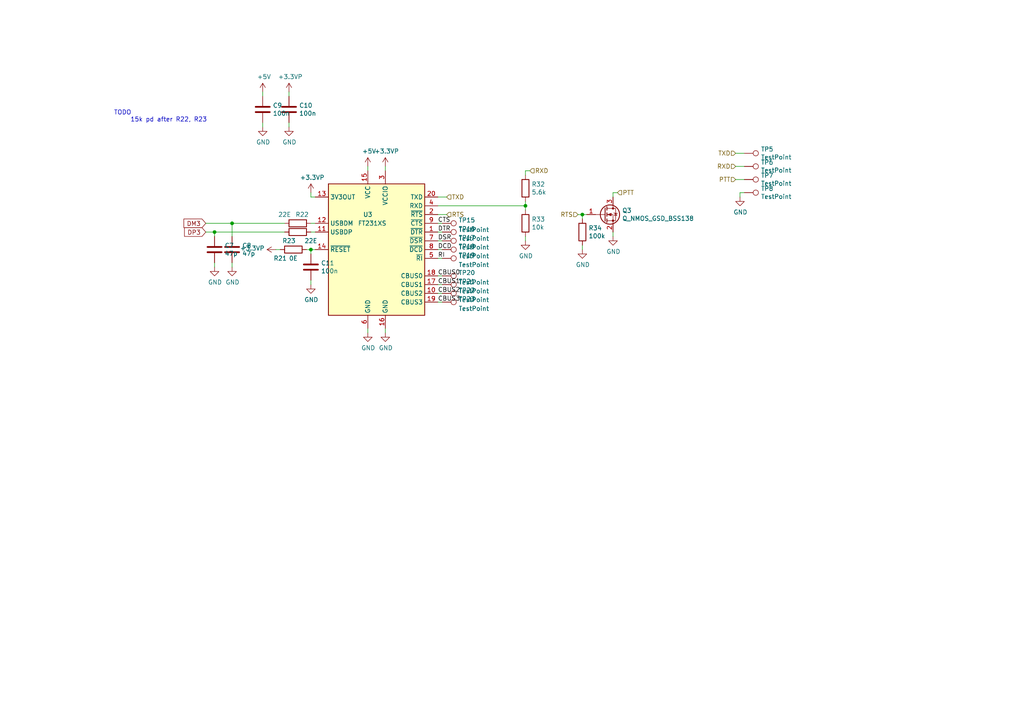
<source format=kicad_sch>
(kicad_sch (version 20211123) (generator eeschema)
  (paper "A4")
  (title_block (title "USB-Interface ") (company "OE2LSP") (comment 1 "CC0, Public Domain"))
  (lib_symbols
    (symbol "Connector:TestPoint" (pin_numbers hide) (pin_names (offset 0.762) hide)
      (property "Reference" "TP" (at 0 6.858 0))
      (property "Value" "TestPoint" (at 0 5.08 0))
      (symbol "TestPoint_0_1"
        (circle (center 0 3.302) (radius 0.762))
      )
      (symbol "TestPoint_1_1"
        (pin passive line (at 0 0 90) (length 2.54) (name "1") (number "1"))
      )
    )
    (symbol "Device:C" (pin_numbers hide) (pin_names (offset 0.254))
      (property "Reference" "C" (at 0.635 2.54 0))
      (property "Value" "C" (at 0.635 -2.54 0))
      (symbol "C_0_1"
        (polyline (pts (xy -2.032 -0.762) (xy 2.032 -0.762)) (stroke (width 0.508)))
        (polyline (pts (xy -2.032 0.762) (xy 2.032 0.762)) (stroke (width 0.508)))
      )
      (symbol "C_1_1"
        (pin passive line (at 0 3.81 270) (length 2.794) (name "~") (number "1"))
        (pin passive line (at 0 -3.81 90) (length 2.794) (name "~") (number "2"))
      )
    )
    (symbol "Device:Q_NMOS_GSD" (pin_names (offset 0) hide)
      (property "Reference" "Q" (at 5.08 1.27 0))
      (property "Value" "Q_NMOS_GSD" (at 5.08 -1.27 0))
      (symbol "Q_NMOS_GSD_0_1"
        (polyline (pts (xy 0.254 0) (xy -2.54 0)))
        (polyline (pts (xy 0.254 1.905) (xy 0.254 -1.905)) (stroke (width 0.254)))
        (polyline (pts (xy 0.762 -1.27) (xy 0.762 -2.286)) (stroke (width 0.254)))
        (polyline (pts (xy 0.762 0.508) (xy 0.762 -0.508)) (stroke (width 0.254)))
        (polyline (pts (xy 0.762 2.286) (xy 0.762 1.27)) (stroke (width 0.254)))
        (polyline (pts (xy 2.54 2.54) (xy 2.54 1.778)))
        (polyline (pts (xy 2.54 -2.54) (xy 2.54 0) (xy 0.762 0)))
        (polyline (pts (xy 0.762 -1.778) (xy 3.302 -1.778) (xy 3.302 1.778) (xy 0.762 1.778)))
        (polyline (pts (xy 1.016 0) (xy 2.032 0.381) (xy 2.032 -0.381) (xy 1.016 0)) (fill (type outline)))
        (polyline (pts (xy 2.794 0.508) (xy 2.921 0.381) (xy 3.683 0.381) (xy 3.81 0.254)))
        (polyline (pts (xy 3.302 0.381) (xy 2.921 -0.254) (xy 3.683 -0.254) (xy 3.302 0.381)))
        (circle (center 1.651 0) (radius 2.794) (stroke (width 0.254)))
        (circle (center 2.54 -1.778) (radius 0.254) (fill (type outline)))
        (circle (center 2.54 1.778) (radius 0.254) (fill (type outline)))
      )
      (symbol "Q_NMOS_GSD_1_1"
        (pin input line (at -5.08 0 0) (length 2.54) (name "G") (number "1"))
        (pin passive line (at 2.54 -5.08 90) (length 2.54) (name "S") (number "2"))
        (pin passive line (at 2.54 5.08 270) (length 2.54) (name "D") (number "3"))
      )
    )
    (symbol "Device:R" (pin_numbers hide) (pin_names (offset 0))
      (property "Reference" "R" (at 2.032 0 90))
      (property "Value" "R" (at 0 0 90))
      (symbol "R_0_1"
        (rectangle (start -1.016 -2.54) (end 1.016 2.54) (stroke (width 0.254)))
      )
      (symbol "R_1_1"
        (pin passive line (at 0 3.81 270) (length 1.27) (name "~") (number "1"))
        (pin passive line (at 0 -3.81 90) (length 1.27) (name "~") (number "2"))
      )
    )
    (symbol "Interface_USB:FT231XS"
      (property "Reference" "U" (at -13.97 20.32 0))
      (property "Value" "FT231XS" (at 7.62 20.32 0))
      (symbol "FT231XS_0_1"
        (rectangle (start -13.97 19.05) (end 13.97 -19.05) (stroke (width 0.254)) (fill (type background)))
      )
      (symbol "FT231XS_1_1"
        (pin output line (at 17.78 5.08 180) (length 3.81) (name "~{DTR}") (number "1"))
        (pin bidirectional line (at 17.78 -12.7 180) (length 3.81) (name "CBUS2") (number "10"))
        (pin bidirectional line (at -17.78 5.08 0) (length 3.81) (name "USBDP") (number "11"))
        (pin bidirectional line (at -17.78 7.62 0) (length 3.81) (name "USBDM") (number "12"))
        (pin power_out line (at -17.78 15.24 0) (length 3.81) (name "3V3OUT") (number "13"))
        (pin input line (at -17.78 0 0) (length 3.81) (name "~{RESET}") (number "14"))
        (pin power_in line (at -2.54 22.86 270) (length 3.81) (name "VCC") (number "15"))
        (pin power_in line (at 2.54 -22.86 90) (length 3.81) (name "GND") (number "16"))
        (pin bidirectional line (at 17.78 -10.16 180) (length 3.81) (name "CBUS1") (number "17"))
        (pin bidirectional line (at 17.78 -7.62 180) (length 3.81) (name "CBUS0") (number "18"))
        (pin bidirectional line (at 17.78 -15.24 180) (length 3.81) (name "CBUS3") (number "19"))
        (pin output line (at 17.78 10.16 180) (length 3.81) (name "~{RTS}") (number "2"))
        (pin output line (at 17.78 15.24 180) (length 3.81) (name "TXD") (number "20"))
        (pin power_in line (at 2.54 22.86 270) (length 3.81) (name "VCCIO") (number "3"))
        (pin input line (at 17.78 12.7 180) (length 3.81) (name "RXD") (number "4"))
        (pin input line (at 17.78 -2.54 180) (length 3.81) (name "~{RI}") (number "5"))
        (pin power_in line (at -2.54 -22.86 90) (length 3.81) (name "GND") (number "6"))
        (pin input line (at 17.78 2.54 180) (length 3.81) (name "~{DSR}") (number "7"))
        (pin input line (at 17.78 0 180) (length 3.81) (name "~{DCD}") (number "8"))
        (pin input line (at 17.78 7.62 180) (length 3.81) (name "~{CTS}") (number "9"))
      )
    )
    (symbol "power:+3.3VP" (power) (pin_names (offset 0))
      (property "Value" "+3.3VP" (at 0 2.54 0))
      (symbol "+3.3VP_0_0"
        (pin power_in line (at 0 0 90) (length 0) hide (name "+3.3VP") (number "1"))
      )
      (symbol "+3.3VP_0_1"
        (polyline (pts (xy -0.762 1.27) (xy 0 2.54)))
        (polyline (pts (xy 0 0) (xy 0 2.54)))
        (polyline (pts (xy 0 2.54) (xy 0.762 1.27)))
      )
    )
    (symbol "power:+5V" (power) (pin_names (offset 0))
      (property "Value" "+5V" (at 0 3.556 0))
      (symbol "+5V_0_1"
        (polyline (pts (xy -0.762 1.27) (xy 0 2.54)))
        (polyline (pts (xy 0 0) (xy 0 2.54)))
        (polyline (pts (xy 0 2.54) (xy 0.762 1.27)))
      )
      (symbol "+5V_1_1"
        (pin power_in line (at 0 0 90) (length 0) hide (name "+5V") (number "1"))
      )
    )
    (symbol "power:GND" (power) (pin_names (offset 0))
      (property "Value" "GND" (at 0 -3.81 0))
      (symbol "GND_0_1"
        (polyline (pts (xy 0 0) (xy 0 -1.27) (xy 1.27 -1.27) (xy 0 -2.54) (xy -1.27 -1.27) (xy 0 -1.27)))
      )
      (symbol "GND_1_1"
        (pin power_in line (at 0 0 270) (length 0) hide (name "GND") (number "1"))
      )
    )
  )
  (junction (at 168.91 62.23))
  (junction (at 152.4 59.69))
  (junction (at 90.17 72.39))
  (junction (at 62.23 67.31))
  (junction (at 67.31 64.77))
  (wire (pts (xy 214.63 55.88) (xy 214.63 57.15)))
  (wire (pts (xy 67.31 76.2) (xy 67.31 77.47)))
  (wire (pts (xy 59.69 67.31) (xy 62.23 67.31)))
  (wire (pts (xy 213.36 48.26) (xy 215.9 48.26)))
  (wire (pts (xy 62.23 68.58) (xy 62.23 67.31)))
  (wire (pts (xy 128.27 64.77) (xy 127 64.77)))
  (wire (pts (xy 106.68 95.25) (xy 106.68 96.52)))
  (wire (pts (xy 82.55 64.77) (xy 67.31 64.77)))
  (wire (pts (xy 127 72.39) (xy 128.27 72.39)))
  (wire (pts (xy 152.4 58.42) (xy 152.4 59.69)))
  (wire (pts (xy 90.17 72.39) (xy 91.44 72.39)))
  (wire (pts (xy 215.9 55.88) (xy 214.63 55.88)))
  (wire (pts (xy 127 57.15) (xy 129.54 57.15)))
  (wire (pts (xy 90.17 57.15) (xy 91.44 57.15)))
  (wire (pts (xy 127 80.01) (xy 128.27 80.01)))
  (wire (pts (xy 128.27 69.85) (xy 127 69.85)))
  (wire (pts (xy 83.82 35.56) (xy 83.82 36.83)))
  (wire (pts (xy 168.91 62.23) (xy 170.18 62.23)))
  (wire (pts (xy 128.27 85.09) (xy 127 85.09)))
  (wire (pts (xy 177.8 57.15) (xy 177.8 55.88)))
  (wire (pts (xy 83.82 26.67) (xy 83.82 27.94)))
  (wire (pts (xy 106.68 49.53) (xy 106.68 48.26)))
  (wire (pts (xy 127 82.55) (xy 128.27 82.55)))
  (wire (pts (xy 91.44 67.31) (xy 90.17 67.31)))
  (wire (pts (xy 90.17 81.28) (xy 90.17 82.55)))
  (wire (pts (xy 177.8 67.31) (xy 177.8 68.58)))
  (wire (pts (xy 67.31 68.58) (xy 67.31 64.77)))
  (wire (pts (xy 62.23 67.31) (xy 82.55 67.31)))
  (wire (pts (xy 215.9 52.07) (xy 213.36 52.07)))
  (wire (pts (xy 111.76 48.26) (xy 111.76 49.53)))
  (wire (pts (xy 76.2 26.67) (xy 76.2 27.94)))
  (wire (pts (xy 62.23 76.2) (xy 62.23 77.47)))
  (wire (pts (xy 111.76 95.25) (xy 111.76 96.52)))
  (wire (pts (xy 127 74.93) (xy 128.27 74.93)))
  (wire (pts (xy 90.17 64.77) (xy 91.44 64.77)))
  (wire (pts (xy 153.67 49.53) (xy 152.4 49.53)))
  (wire (pts (xy 90.17 73.66) (xy 90.17 72.39)))
  (wire (pts (xy 152.4 49.53) (xy 152.4 50.8)))
  (wire (pts (xy 76.2 36.83) (xy 76.2 35.56)))
  (wire (pts (xy 67.31 64.77) (xy 59.69 64.77)))
  (wire (pts (xy 81.28 72.39) (xy 80.01 72.39)))
  (wire (pts (xy 152.4 69.85) (xy 152.4 68.58)))
  (wire (pts (xy 127 67.31) (xy 128.27 67.31)))
  (wire (pts (xy 88.9 72.39) (xy 90.17 72.39)))
  (wire (pts (xy 177.8 55.88) (xy 179.07 55.88)))
  (wire (pts (xy 127 59.69) (xy 152.4 59.69)))
  (wire (pts (xy 127 87.63) (xy 128.27 87.63)))
  (wire (pts (xy 168.91 71.12) (xy 168.91 72.39)))
  (wire (pts (xy 167.64 62.23) (xy 168.91 62.23)))
  (wire (pts (xy 90.17 55.88) (xy 90.17 57.15)))
  (wire (pts (xy 127 62.23) (xy 129.54 62.23)))
  (wire (pts (xy 168.91 62.23) (xy 168.91 63.5)))
  (wire (pts (xy 215.9 44.45) (xy 213.36 44.45)))
  (wire (pts (xy 152.4 59.69) (xy 152.4 60.96)))
  (text "TODO\n	15k pd after R22, R23" (at 33.02 35.56 0) (effects (font (size 1.27 1.27)) (justify left bottom)))
  (label "CTS" (at 127 64.77 0))
  (label "CBUS2" (at 127 85.09 0))
  (label "CBUS1" (at 127 82.55 0))
  (label "RI" (at 127 74.93 0))
  (label "DCD" (at 127 72.39 0))
  (label "DSR" (at 127 69.85 0))
  (label "CBUS0" (at 127 80.01 0))
  (label "DTR" (at 127 67.31 0))
  (label "CBUS3" (at 127 87.63 0))
  (global_label "DM3" (shape input) (at 59.69 64.77 180) (property "Intersheet References" "${INTERSHEET_REFS}" (effects hide)))
  (global_label "DP3" (shape input) (at 59.69 67.31 180) (property "Intersheet References" "${INTERSHEET_REFS}" (effects hide)))
  (hierarchical_label "PTT" (shape input) (at 179.07 55.88 0))
  (hierarchical_label "RXD" (shape input) (at 153.67 49.53 0))
  (hierarchical_label "RTS" (shape input) (at 129.54 62.23 0))
  (hierarchical_label "RTS" (shape input) (at 167.64 62.23 180))
  (hierarchical_label "TXD" (shape input) (at 129.54 57.15 0))
  (hierarchical_label "RXD" (shape input) (at 213.36 48.26 180))
  (hierarchical_label "TXD" (shape input) (at 213.36 44.45 180))
  (hierarchical_label "PTT" (shape input) (at 213.36 52.07 180))
  (symbol (lib_id "Interface_USB:FT231XS") (at 109.22 72.39 0) (unit 1)
    (property "Reference" "U3" (at 106.68 62.23 0))
    (property "Value" "FT231XS" (at 107.95 64.77 0))
    (property "Footprint" "Package_SO:SSOP-20_3.9x8.7mm_P0.635mm" (effects hide))
    (property "Datasheet" "https://www.ftdichip.com/Support/Documents/DataSheets/ICs/DS_FT231X.pdf" (effects hide))
  )
  (symbol (lib_id "power:+5V") (at 106.68 48.26 0) (unit 1)
    (property "Reference" "#PWR045" (effects hide))
    (property "Value" "+5V" (at 107.061 43.8658 0))
  )
  (symbol (lib_id "power:GND") (at 106.68 96.52 0) (unit 1)
    (property "Reference" "#PWR046" (effects hide))
    (property "Value" "GND" (at 106.807 100.9142 0))
  )
  (symbol (lib_id "power:GND") (at 111.76 96.52 0) (unit 1)
    (property "Reference" "#PWR048" (effects hide))
    (property "Value" "GND" (at 111.887 100.9142 0))
  )
  (symbol (lib_id "Device:C") (at 76.2 31.75 0) (mirror y) (unit 1)
    (property "Reference" "C9" (at 79.121 30.5816 0) (effects (justify right)))
    (property "Value" "100n" (at 79.121 32.893 0) (effects (justify right)))
    (property "Footprint" "Capacitor_SMD:C_0603_1608Metric" (effects hide))
  )
  (symbol (lib_id "Device:R") (at 85.09 72.39 270) (unit 1)
    (property "Reference" "R21" (at 81.28 74.93 90))
    (property "Value" "0E" (at 85.09 74.93 90))
    (property "Footprint" "Resistor_SMD:R_0402_1005Metric_Pad0.72x0.64mm_HandSolder" (effects hide))
  )
  (symbol (lib_id "Device:R") (at 86.36 67.31 270) (unit 1)
    (property "Reference" "R23" (at 83.82 69.85 90))
    (property "Value" "22E" (at 90.17 69.85 90))
    (property "Footprint" "Resistor_SMD:R_0603_1608Metric_Pad0.98x0.95mm_HandSolder" (effects hide))
  )
  (symbol (lib_id "Device:R") (at 86.36 64.77 270) (unit 1)
    (property "Reference" "R22" (at 87.63 62.23 90))
    (property "Value" "22E" (at 82.55 62.23 90))
    (property "Footprint" "Resistor_SMD:R_0603_1608Metric_Pad0.98x0.95mm_HandSolder" (effects hide))
  )
  (symbol (lib_id "power:+3.3VP") (at 80.01 72.39 90) (unit 1)
    (property "Reference" "#PWR040" (effects hide))
    (property "Value" "+3.3VP" (at 76.7588 72.009 90) (effects (justify left)))
  )
  (symbol (lib_id "Device:C") (at 90.17 77.47 0) (unit 1)
    (property "Reference" "C11" (at 93.091 76.3016 0) (effects (justify left)))
    (property "Value" "100n" (at 93.091 78.613 0) (effects (justify left)))
    (property "Footprint" "Capacitor_SMD:C_0603_1608Metric" (effects hide))
  )
  (symbol (lib_id "power:+5V") (at 76.2 26.67 0) (unit 1)
    (property "Reference" "#PWR038" (effects hide))
    (property "Value" "+5V" (at 76.581 22.2758 0))
  )
  (symbol (lib_id "power:GND") (at 76.2 36.83 0) (unit 1)
    (property "Reference" "#PWR039" (effects hide))
    (property "Value" "GND" (at 76.327 41.2242 0))
  )
  (symbol (lib_id "Device:C") (at 83.82 31.75 0) (unit 1)
    (property "Reference" "C10" (at 86.741 30.5816 0) (effects (justify left)))
    (property "Value" "100n" (at 86.741 32.893 0) (effects (justify left)))
    (property "Footprint" "Capacitor_SMD:C_0603_1608Metric" (effects hide))
  )
  (symbol (lib_id "power:GND") (at 83.82 36.83 0) (unit 1)
    (property "Reference" "#PWR042" (effects hide))
    (property "Value" "GND" (at 83.947 41.2242 0))
  )
  (symbol (lib_id "power:+3.3VP") (at 83.82 26.67 0) (unit 1)
    (property "Reference" "#PWR041" (effects hide))
    (property "Value" "+3.3VP" (at 84.201 22.2758 0))
  )
  (symbol (lib_id "Device:C") (at 67.31 72.39 0) (unit 1)
    (property "Reference" "C8" (at 70.231 71.2216 0) (effects (justify left)))
    (property "Value" "47p" (at 70.231 73.533 0) (effects (justify left)))
    (property "Footprint" "Capacitor_SMD:C_0603_1608Metric" (effects hide))
  )
  (symbol (lib_id "Device:C") (at 62.23 72.39 0) (unit 1)
    (property "Reference" "C7" (at 65.151 71.2216 0) (effects (justify left)))
    (property "Value" "47p" (at 65.151 73.533 0) (effects (justify left)))
    (property "Footprint" "Capacitor_SMD:C_0603_1608Metric" (effects hide))
  )
  (symbol (lib_id "power:GND") (at 62.23 77.47 0) (unit 1)
    (property "Reference" "#PWR036" (effects hide))
    (property "Value" "GND" (at 62.357 81.8642 0))
  )
  (symbol (lib_id "power:GND") (at 67.31 77.47 0) (unit 1)
    (property "Reference" "#PWR037" (effects hide))
    (property "Value" "GND" (at 67.437 81.8642 0))
  )
  (symbol (lib_id "power:GND") (at 90.17 82.55 0) (unit 1)
    (property "Reference" "#PWR044" (effects hide))
    (property "Value" "GND" (at 90.297 86.9442 0))
  )
  (symbol (lib_id "power:+3.3VP") (at 111.76 48.26 0) (unit 1)
    (property "Reference" "#PWR047" (effects hide))
    (property "Value" "+3.3VP" (at 112.141 43.8658 0))
  )
  (symbol (lib_id "Device:R") (at 152.4 54.61 0) (unit 1)
    (property "Reference" "R32" (at 154.178 53.4416 0) (effects (justify left)))
    (property "Value" "5.6k" (at 154.178 55.753 0) (effects (justify left)))
    (property "Footprint" "Resistor_SMD:R_0603_1608Metric_Pad0.98x0.95mm_HandSolder" (effects hide))
  )
  (symbol (lib_id "Device:R") (at 152.4 64.77 0) (unit 1)
    (property "Reference" "R33" (at 154.178 63.6016 0) (effects (justify left)))
    (property "Value" "10k" (at 154.178 65.913 0) (effects (justify left)))
    (property "Footprint" "Resistor_SMD:R_0603_1608Metric_Pad0.98x0.95mm_HandSolder" (effects hide))
  )
  (symbol (lib_id "power:GND") (at 152.4 69.85 0) (unit 1)
    (property "Reference" "#PWR049" (effects hide))
    (property "Value" "GND" (at 152.527 74.2442 0))
  )
  (symbol (lib_id "power:GND") (at 177.8 68.58 0) (unit 1)
    (property "Reference" "#PWR051" (effects hide))
    (property "Value" "GND" (at 177.927 72.9742 0))
  )
  (symbol (lib_id "power:+3.3VP") (at 90.17 55.88 0) (unit 1)
    (property "Reference" "#PWR043" (effects hide))
    (property "Value" "+3.3VP" (at 90.551 51.4858 0))
  )
  (symbol (lib_id "Device:R") (at 168.91 67.31 0) (unit 1)
    (property "Reference" "R34" (at 170.688 66.1416 0) (effects (justify left)))
    (property "Value" "100k" (at 170.688 68.453 0) (effects (justify left)))
    (property "Footprint" "Resistor_SMD:R_0603_1608Metric_Pad0.98x0.95mm_HandSolder" (effects hide))
  )
  (symbol (lib_id "power:GND") (at 168.91 72.39 0) (unit 1)
    (property "Reference" "#PWR050" (effects hide))
    (property "Value" "GND" (at 169.037 76.7842 0))
  )
  (symbol (lib_id "Connector:TestPoint") (at 215.9 44.45 270) (unit 1)
    (property "Reference" "TP5" (at 220.6752 43.2816 90) (effects (justify left)))
    (property "Value" "TestPoint" (at 220.6752 45.593 90) (effects (justify left)))
    (property "Footprint" "TestPoint:TestPoint_Loop_D1.80mm_Drill1.0mm_Beaded" (effects hide))
  )
  (symbol (lib_id "Connector:TestPoint") (at 215.9 48.26 270) (unit 1)
    (property "Reference" "TP6" (at 220.6752 47.0916 90) (effects (justify left)))
    (property "Value" "TestPoint" (at 220.6752 49.403 90) (effects (justify left)))
    (property "Footprint" "TestPoint:TestPoint_Loop_D1.80mm_Drill1.0mm_Beaded" (effects hide))
  )
  (symbol (lib_id "Connector:TestPoint") (at 215.9 52.07 270) (unit 1)
    (property "Reference" "TP7" (at 220.6752 50.9016 90) (effects (justify left)))
    (property "Value" "TestPoint" (at 220.6752 53.213 90) (effects (justify left)))
    (property "Footprint" "TestPoint:TestPoint_Loop_D1.80mm_Drill1.0mm_Beaded" (effects hide))
  )
  (symbol (lib_id "Connector:TestPoint") (at 215.9 55.88 270) (unit 1)
    (property "Reference" "TP8" (at 220.6752 54.7116 90) (effects (justify left)))
    (property "Value" "TestPoint" (at 220.6752 57.023 90) (effects (justify left)))
    (property "Footprint" "TestPoint:TestPoint_Loop_D1.80mm_Drill1.0mm_Beaded" (effects hide))
  )
  (symbol (lib_id "power:GND") (at 214.63 57.15 0) (unit 1)
    (property "Reference" "#PWR052" (effects hide))
    (property "Value" "GND" (at 214.757 61.5442 0))
  )
  (symbol (lib_id "Device:Q_NMOS_GSD") (at 175.26 62.23 0) (unit 1)
    (property "Reference" "Q3" (at 180.4416 61.0616 0) (effects (justify left)))
    (property "Value" "Q_NMOS_GSD_BSS138" (at 180.4416 63.373 0) (effects (justify left)))
    (property "Footprint" "Package_TO_SOT_SMD:SOT-23" (effects hide))
  )
  (symbol (lib_id "Connector:TestPoint") (at 128.27 72.39 270) (unit 1)
    (property "Reference" "TP18" (at 132.969 71.4815 90) (effects (justify left)))
    (property "Value" "TestPoint" (at 132.969 74.2566 90) (effects (justify left)))
    (property "Footprint" "TestPoint:TestPoint_Pad_1.0x1.0mm" (effects hide))
  )
  (symbol (lib_id "Connector:TestPoint") (at 128.27 87.63 270) (unit 1)
    (property "Reference" "TP23" (at 132.969 86.7215 90) (effects (justify left)))
    (property "Value" "TestPoint" (at 132.969 89.4966 90) (effects (justify left)))
    (property "Footprint" "TestPoint:TestPoint_Pad_1.0x1.0mm" (effects hide))
  )
  (symbol (lib_id "Connector:TestPoint") (at 128.27 74.93 270) (unit 1)
    (property "Reference" "TP19" (at 132.969 74.0215 90) (effects (justify left)))
    (property "Value" "TestPoint" (at 132.969 76.7966 90) (effects (justify left)))
    (property "Footprint" "TestPoint:TestPoint_Pad_1.0x1.0mm" (effects hide))
  )
  (symbol (lib_id "Connector:TestPoint") (at 128.27 85.09 270) (unit 1)
    (property "Reference" "TP22" (at 132.969 84.1815 90) (effects (justify left)))
    (property "Value" "TestPoint" (at 132.969 86.9566 90) (effects (justify left)))
    (property "Footprint" "TestPoint:TestPoint_Pad_1.0x1.0mm" (effects hide))
  )
  (symbol (lib_id "Connector:TestPoint") (at 128.27 64.77 270) (unit 1)
    (property "Reference" "TP15" (at 132.969 63.8615 90) (effects (justify left)))
    (property "Value" "TestPoint" (at 132.969 66.6366 90) (effects (justify left)))
    (property "Footprint" "TestPoint:TestPoint_Pad_1.0x1.0mm" (effects hide))
  )
  (symbol (lib_id "Connector:TestPoint") (at 128.27 80.01 270) (unit 1)
    (property "Reference" "TP20" (at 132.969 79.1015 90) (effects (justify left)))
    (property "Value" "TestPoint" (at 132.969 81.8766 90) (effects (justify left)))
    (property "Footprint" "TestPoint:TestPoint_Pad_1.0x1.0mm" (effects hide))
  )
  (symbol (lib_id "Connector:TestPoint") (at 128.27 67.31 270) (unit 1)
    (property "Reference" "TP16" (at 132.969 66.4015 90) (effects (justify left)))
    (property "Value" "TestPoint" (at 132.969 69.1766 90) (effects (justify left)))
    (property "Footprint" "TestPoint:TestPoint_Pad_1.0x1.0mm" (effects hide))
  )
  (symbol (lib_id "Connector:TestPoint") (at 128.27 82.55 270) (unit 1)
    (property "Reference" "TP21" (at 132.969 81.6415 90) (effects (justify left)))
    (property "Value" "TestPoint" (at 132.969 84.4166 90) (effects (justify left)))
    (property "Footprint" "TestPoint:TestPoint_Pad_1.0x1.0mm" (effects hide))
  )
  (symbol (lib_id "Connector:TestPoint") (at 128.27 69.85 270) (unit 1)
    (property "Reference" "TP17" (at 132.969 68.9415 90) (effects (justify left)))
    (property "Value" "TestPoint" (at 132.969 71.7166 90) (effects (justify left)))
    (property "Footprint" "TestPoint:TestPoint_Pad_1.0x1.0mm" (effects hide))
  )
)
</source>
